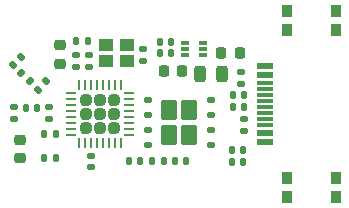
<source format=gbr>
%TF.GenerationSoftware,KiCad,Pcbnew,(6.0.0)*%
%TF.CreationDate,2022-01-12T23:40:10-08:00*%
%TF.ProjectId,lofive-unchained,6c6f6669-7665-42d7-956e-636861696e65,rev?*%
%TF.SameCoordinates,Original*%
%TF.FileFunction,Paste,Top*%
%TF.FilePolarity,Positive*%
%FSLAX46Y46*%
G04 Gerber Fmt 4.6, Leading zero omitted, Abs format (unit mm)*
G04 Created by KiCad (PCBNEW (6.0.0)) date 2022-01-12 23:40:10*
%MOMM*%
%LPD*%
G01*
G04 APERTURE LIST*
G04 Aperture macros list*
%AMRoundRect*
0 Rectangle with rounded corners*
0 $1 Rounding radius*
0 $2 $3 $4 $5 $6 $7 $8 $9 X,Y pos of 4 corners*
0 Add a 4 corners polygon primitive as box body*
4,1,4,$2,$3,$4,$5,$6,$7,$8,$9,$2,$3,0*
0 Add four circle primitives for the rounded corners*
1,1,$1+$1,$2,$3*
1,1,$1+$1,$4,$5*
1,1,$1+$1,$6,$7*
1,1,$1+$1,$8,$9*
0 Add four rect primitives between the rounded corners*
20,1,$1+$1,$2,$3,$4,$5,0*
20,1,$1+$1,$4,$5,$6,$7,0*
20,1,$1+$1,$6,$7,$8,$9,0*
20,1,$1+$1,$8,$9,$2,$3,0*%
G04 Aperture macros list end*
%ADD10RoundRect,0.242500X-0.242500X-0.242500X0.242500X-0.242500X0.242500X0.242500X-0.242500X0.242500X0*%
%ADD11RoundRect,0.062500X-0.337500X-0.062500X0.337500X-0.062500X0.337500X0.062500X-0.337500X0.062500X0*%
%ADD12RoundRect,0.062500X-0.062500X-0.337500X0.062500X-0.337500X0.062500X0.337500X-0.062500X0.337500X0*%
%ADD13RoundRect,0.250000X0.435000X0.615000X-0.435000X0.615000X-0.435000X-0.615000X0.435000X-0.615000X0*%
%ADD14RoundRect,0.125000X0.250000X0.125000X-0.250000X0.125000X-0.250000X-0.125000X0.250000X-0.125000X0*%
%ADD15R,1.450000X0.600000*%
%ADD16R,1.450000X0.300000*%
%ADD17RoundRect,0.147500X-0.147500X-0.172500X0.147500X-0.172500X0.147500X0.172500X-0.147500X0.172500X0*%
%ADD18RoundRect,0.243750X-0.243750X-0.456250X0.243750X-0.456250X0.243750X0.456250X-0.243750X0.456250X0*%
%ADD19RoundRect,0.147500X-0.172500X0.147500X-0.172500X-0.147500X0.172500X-0.147500X0.172500X0.147500X0*%
%ADD20R,0.700000X0.400000*%
%ADD21RoundRect,0.147500X0.172500X-0.147500X0.172500X0.147500X-0.172500X0.147500X-0.172500X-0.147500X0*%
%ADD22RoundRect,0.147500X0.147500X0.172500X-0.147500X0.172500X-0.147500X-0.172500X0.147500X-0.172500X0*%
%ADD23RoundRect,0.218750X0.218750X0.256250X-0.218750X0.256250X-0.218750X-0.256250X0.218750X-0.256250X0*%
%ADD24RoundRect,0.218750X-0.218750X-0.256250X0.218750X-0.256250X0.218750X0.256250X-0.218750X0.256250X0*%
%ADD25RoundRect,0.147500X0.017678X-0.226274X0.226274X-0.017678X-0.017678X0.226274X-0.226274X0.017678X0*%
%ADD26RoundRect,0.147500X0.226274X0.017678X0.017678X0.226274X-0.226274X-0.017678X-0.017678X-0.226274X0*%
%ADD27R,1.150000X1.000000*%
%ADD28RoundRect,0.218750X0.256250X-0.218750X0.256250X0.218750X-0.256250X0.218750X-0.256250X-0.218750X0*%
%ADD29R,0.900000X1.000000*%
%ADD30RoundRect,0.218750X-0.256250X0.218750X-0.256250X-0.218750X0.256250X-0.218750X0.256250X0.218750X0*%
G04 APERTURE END LIST*
D10*
%TO.C,U1*%
X127793600Y-76968200D03*
X125393600Y-74568200D03*
X125393600Y-76968200D03*
X127793600Y-74568200D03*
X126593600Y-76968200D03*
X125393600Y-75768200D03*
X126593600Y-75768200D03*
X126593600Y-74568200D03*
X127793600Y-75768200D03*
D11*
X124143600Y-74018200D03*
X124143600Y-74518200D03*
X124143600Y-75018200D03*
X124143600Y-75518200D03*
X124143600Y-76018200D03*
X124143600Y-76518200D03*
X124143600Y-77018200D03*
X124143600Y-77518200D03*
D12*
X124843600Y-78218200D03*
X125343600Y-78218200D03*
X125843600Y-78218200D03*
X126343600Y-78218200D03*
X126843600Y-78218200D03*
X127343600Y-78218200D03*
X127843600Y-78218200D03*
X128343600Y-78218200D03*
D11*
X129043600Y-77518200D03*
X129043600Y-77018200D03*
X129043600Y-76518200D03*
X129043600Y-76018200D03*
X129043600Y-75518200D03*
X129043600Y-75018200D03*
X129043600Y-74518200D03*
X129043600Y-74018200D03*
D12*
X128343600Y-73318200D03*
X127843600Y-73318200D03*
X127343600Y-73318200D03*
X126843600Y-73318200D03*
X126343600Y-73318200D03*
X125843600Y-73318200D03*
X125343600Y-73318200D03*
X124843600Y-73318200D03*
%TD*%
D13*
%TO.C,U2*%
X132474600Y-77554400D03*
X132474600Y-75404400D03*
X134174600Y-75404400D03*
X134174600Y-77554400D03*
D14*
X136024600Y-78384400D03*
X136024600Y-77114400D03*
X136024600Y-75844400D03*
X136024600Y-74574400D03*
X130624600Y-74574400D03*
X130624600Y-75844400D03*
X130624600Y-77114400D03*
X130624600Y-78384400D03*
%TD*%
D15*
%TO.C,J3*%
X140538200Y-78182600D03*
X140538200Y-77382600D03*
D16*
X140538200Y-76182600D03*
X140538200Y-75182600D03*
X140538200Y-74682600D03*
X140538200Y-73682600D03*
D15*
X140538200Y-72482600D03*
X140538200Y-71682600D03*
X140538200Y-71682600D03*
X140538200Y-72482600D03*
D16*
X140538200Y-73182600D03*
X140538200Y-74182600D03*
X140538200Y-75682600D03*
X140538200Y-76682600D03*
D15*
X140538200Y-77382600D03*
X140538200Y-78182600D03*
%TD*%
D17*
%TO.C,R1*%
X121892200Y-77470000D03*
X122862200Y-77470000D03*
%TD*%
%TO.C,C12*%
X131010800Y-79756000D03*
X131980800Y-79756000D03*
%TD*%
D18*
%TO.C,L3*%
X135054100Y-72390000D03*
X136929100Y-72390000D03*
%TD*%
D19*
%TO.C,C3*%
X119354600Y-75207000D03*
X119354600Y-76177000D03*
%TD*%
D20*
%TO.C,U3*%
X133793800Y-69781800D03*
X133793800Y-70281800D03*
X133793800Y-70781800D03*
X135293800Y-70781800D03*
X135293800Y-70281800D03*
X135293800Y-69781800D03*
%TD*%
D21*
%TO.C,R12*%
X138811000Y-77193000D03*
X138811000Y-76223000D03*
%TD*%
D17*
%TO.C,R14*%
X137764800Y-78841600D03*
X138734800Y-78841600D03*
%TD*%
D22*
%TO.C,R7*%
X122859800Y-79527400D03*
X121889800Y-79527400D03*
%TD*%
%TO.C,C8*%
X125559399Y-69632600D03*
X124589399Y-69632600D03*
%TD*%
D19*
%TO.C,C1*%
X130276600Y-70304800D03*
X130276600Y-71274800D03*
%TD*%
D17*
%TO.C,C5*%
X129029600Y-79756000D03*
X129999600Y-79756000D03*
%TD*%
D23*
%TO.C,C13*%
X133578700Y-72161400D03*
X132003700Y-72161400D03*
%TD*%
D24*
%TO.C,C14*%
X136880500Y-70637400D03*
X138455500Y-70637400D03*
%TD*%
D25*
%TO.C,C11*%
X119214853Y-71615347D03*
X119900747Y-70929453D03*
%TD*%
D26*
%TO.C,L2*%
X120637347Y-72986947D03*
X119951453Y-72301053D03*
%TD*%
D27*
%TO.C,Y1*%
X128854200Y-69923200D03*
X127104200Y-69923200D03*
X127104200Y-71323200D03*
X128854200Y-71323200D03*
%TD*%
D17*
%TO.C,R3*%
X137832000Y-75184000D03*
X138802000Y-75184000D03*
%TD*%
D22*
%TO.C,C10*%
X133885800Y-79756000D03*
X132915800Y-79756000D03*
%TD*%
D19*
%TO.C,R13*%
X138557000Y-72235200D03*
X138557000Y-73205200D03*
%TD*%
%TO.C,C6*%
X122301000Y-75207000D03*
X122301000Y-76177000D03*
%TD*%
%TO.C,R2*%
X125642400Y-70798600D03*
X125642400Y-71768600D03*
%TD*%
D17*
%TO.C,L1*%
X120340400Y-75234800D03*
X121310400Y-75234800D03*
%TD*%
%TO.C,R8*%
X137767200Y-79832200D03*
X138737200Y-79832200D03*
%TD*%
D25*
%TO.C,C9*%
X121331223Y-73706223D03*
X122017117Y-73020329D03*
%TD*%
D28*
%TO.C,C4*%
X123254800Y-71537700D03*
X123254800Y-69962700D03*
%TD*%
D22*
%TO.C,R5*%
X132641200Y-69646800D03*
X131671200Y-69646800D03*
%TD*%
D19*
%TO.C,C2*%
X125831600Y-79321800D03*
X125831600Y-80291800D03*
%TD*%
D29*
%TO.C,SW2*%
X142476000Y-67043400D03*
X146576000Y-67043400D03*
X142476000Y-68643400D03*
X146576000Y-68643400D03*
%TD*%
D30*
%TO.C,D1*%
X119862600Y-77952500D03*
X119862600Y-79527500D03*
%TD*%
D29*
%TO.C,SW1*%
X146550600Y-81216600D03*
X142450600Y-81216600D03*
X146550600Y-82816600D03*
X142450600Y-82816600D03*
%TD*%
D17*
%TO.C,R6*%
X131671200Y-70637400D03*
X132641200Y-70637400D03*
%TD*%
D21*
%TO.C,C7*%
X124566400Y-71768600D03*
X124566400Y-70798600D03*
%TD*%
D17*
%TO.C,R4*%
X137832001Y-74168000D03*
X138802001Y-74168000D03*
%TD*%
M02*

</source>
